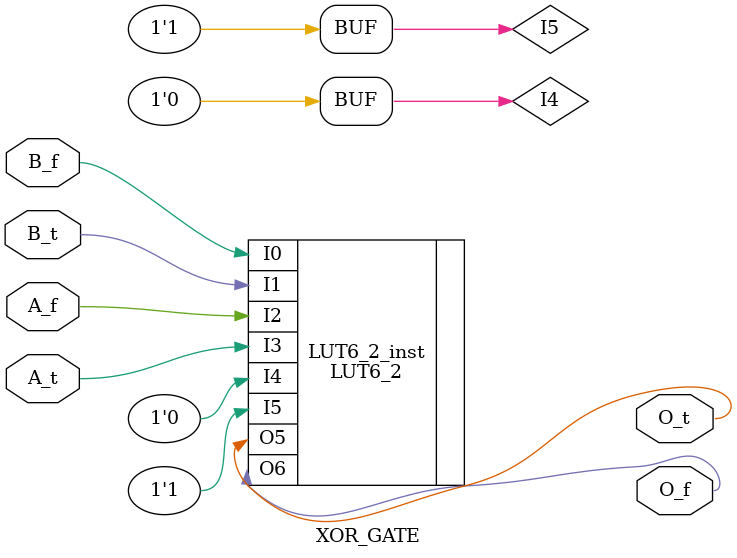
<source format=v>
`timescale 1ns / 1ps


module XOR_GATE(input A_t, input A_f, input B_t, input B_f, 		//true data in #1 
	output O_t,		//true data out
	output O_f		//false data out

    );
wire I4,I5;

assign I5 = 1;
assign I4 = 0;


//LUT6_2 valid **ONLY** in Virtex-5, Virtex-6, Spartan-6

LUT6_2 #(
.INIT(64'h0000042000000240) // Specify LUT Contents acording to Truth Table for WDDL XOR GATE
) LUT6_2_inst (
.O6(O_f), // 6/5-LUT output (1-bit)
.O5(O_t), // 5-LUT output (1-bit)
.I0(B_f), // LUT input (1-bit)
.I1(B_t), // LUT input (1-bit)
.I2(A_f), // LUT input (1-bit)
.I3(A_t), // LUT input (1-bit)
.I4(I4), // LUT input (1-bit)
.I5(I5) // LUT input (1-bit)
);

    
endmodule


</source>
